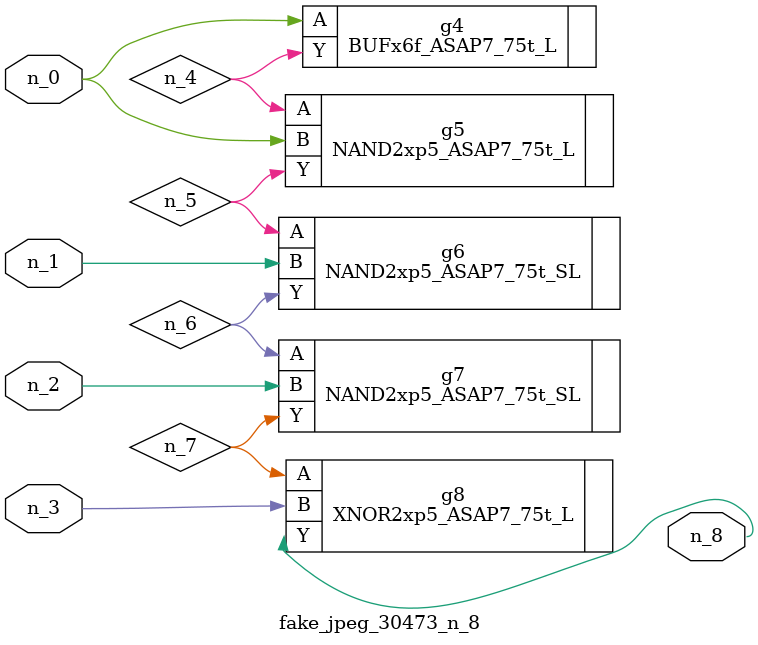
<source format=v>
module fake_jpeg_30473_n_8 (n_0, n_3, n_2, n_1, n_8);

input n_0;
input n_3;
input n_2;
input n_1;

output n_8;

wire n_4;
wire n_6;
wire n_5;
wire n_7;

BUFx6f_ASAP7_75t_L g4 ( 
.A(n_0),
.Y(n_4)
);

NAND2xp5_ASAP7_75t_L g5 ( 
.A(n_4),
.B(n_0),
.Y(n_5)
);

NAND2xp5_ASAP7_75t_SL g6 ( 
.A(n_5),
.B(n_1),
.Y(n_6)
);

NAND2xp5_ASAP7_75t_SL g7 ( 
.A(n_6),
.B(n_2),
.Y(n_7)
);

XNOR2xp5_ASAP7_75t_L g8 ( 
.A(n_7),
.B(n_3),
.Y(n_8)
);


endmodule
</source>
